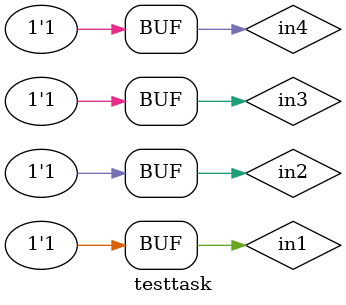
<source format=v>
module testtask;
reg in1,in2,in3,in4;
wire out;
task2 dut(.a(in1),.b(in2),.c(in3),.d(in4),.y(out));
initial begin
{in1,in2,in3,in4}=4'b0000;
#10;
{in1,in2,in3,in4}=4'b0001;
#10;
{in1,in2,in3,in4}=4'b0010;
#10;
{in1,in2,in3,in4}=4'b0011;
#10;
{in1,in2,in3,in4}=4'b0100;
#10;
{in1,in2,in3,in4}=4'b0101;
#10;
{in1,in2,in3,in4}=4'b0110;
#10;
{in1,in2,in3,in4}=4'b0111;
#10;
{in1,in2,in3,in4}=4'b1000;
#10;
{in1,in2,in3,in4}=4'b1001;
#10;
{in1,in2,in3,in4}=4'b1010;
#10;
{in1,in2,in3,in4}=4'b1011;
#10;
{in1,in2,in3,in4}=4'b1100;
#10;
{in1,in2,in3,in4}=4'b1101;
#10;
{in1,in2,in3,in4}=4'b1110;
#10;
{in1,in2,in3,in4}=4'b1111;
end
endmodule

</source>
